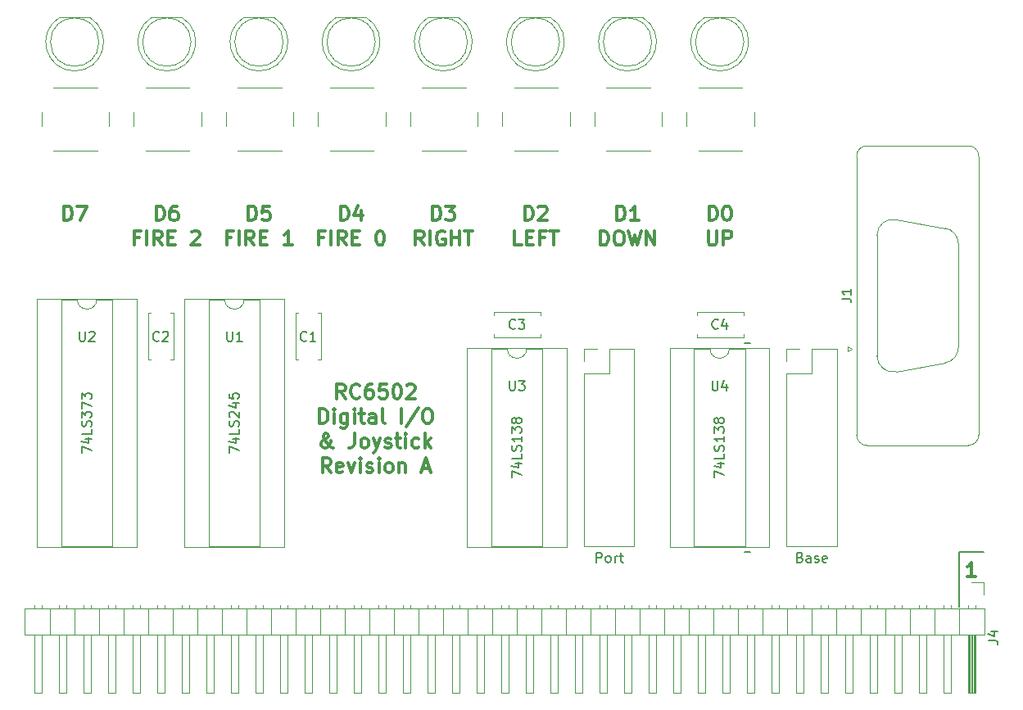
<source format=gto>
G04 #@! TF.FileFunction,Legend,Top*
%FSLAX46Y46*%
G04 Gerber Fmt 4.6, Leading zero omitted, Abs format (unit mm)*
G04 Created by KiCad (PCBNEW 4.0.7) date 02/14/19 14:28:20*
%MOMM*%
%LPD*%
G01*
G04 APERTURE LIST*
%ADD10C,0.100000*%
%ADD11C,0.300000*%
%ADD12C,0.200000*%
%ADD13C,0.120000*%
%ADD14C,0.150000*%
G04 APERTURE END LIST*
D10*
D11*
X80172858Y-102908571D02*
X80172858Y-101408571D01*
X80530001Y-101408571D01*
X80744286Y-101480000D01*
X80887144Y-101622857D01*
X80958572Y-101765714D01*
X81030001Y-102051429D01*
X81030001Y-102265714D01*
X80958572Y-102551429D01*
X80887144Y-102694286D01*
X80744286Y-102837143D01*
X80530001Y-102908571D01*
X80172858Y-102908571D01*
X81530001Y-101408571D02*
X82530001Y-101408571D01*
X81887144Y-102908571D01*
X89697858Y-102908571D02*
X89697858Y-101408571D01*
X90055001Y-101408571D01*
X90269286Y-101480000D01*
X90412144Y-101622857D01*
X90483572Y-101765714D01*
X90555001Y-102051429D01*
X90555001Y-102265714D01*
X90483572Y-102551429D01*
X90412144Y-102694286D01*
X90269286Y-102837143D01*
X90055001Y-102908571D01*
X89697858Y-102908571D01*
X91840715Y-101408571D02*
X91555001Y-101408571D01*
X91412144Y-101480000D01*
X91340715Y-101551429D01*
X91197858Y-101765714D01*
X91126429Y-102051429D01*
X91126429Y-102622857D01*
X91197858Y-102765714D01*
X91269286Y-102837143D01*
X91412144Y-102908571D01*
X91697858Y-102908571D01*
X91840715Y-102837143D01*
X91912144Y-102765714D01*
X91983572Y-102622857D01*
X91983572Y-102265714D01*
X91912144Y-102122857D01*
X91840715Y-102051429D01*
X91697858Y-101980000D01*
X91412144Y-101980000D01*
X91269286Y-102051429D01*
X91197858Y-102122857D01*
X91126429Y-102265714D01*
X87947858Y-104672857D02*
X87447858Y-104672857D01*
X87447858Y-105458571D02*
X87447858Y-103958571D01*
X88162144Y-103958571D01*
X88733572Y-105458571D02*
X88733572Y-103958571D01*
X90305001Y-105458571D02*
X89805001Y-104744286D01*
X89447858Y-105458571D02*
X89447858Y-103958571D01*
X90019286Y-103958571D01*
X90162144Y-104030000D01*
X90233572Y-104101429D01*
X90305001Y-104244286D01*
X90305001Y-104458571D01*
X90233572Y-104601429D01*
X90162144Y-104672857D01*
X90019286Y-104744286D01*
X89447858Y-104744286D01*
X90947858Y-104672857D02*
X91447858Y-104672857D01*
X91662144Y-105458571D02*
X90947858Y-105458571D01*
X90947858Y-103958571D01*
X91662144Y-103958571D01*
X93376429Y-104101429D02*
X93447858Y-104030000D01*
X93590715Y-103958571D01*
X93947858Y-103958571D01*
X94090715Y-104030000D01*
X94162144Y-104101429D01*
X94233572Y-104244286D01*
X94233572Y-104387143D01*
X94162144Y-104601429D01*
X93305001Y-105458571D01*
X94233572Y-105458571D01*
X99222858Y-102908571D02*
X99222858Y-101408571D01*
X99580001Y-101408571D01*
X99794286Y-101480000D01*
X99937144Y-101622857D01*
X100008572Y-101765714D01*
X100080001Y-102051429D01*
X100080001Y-102265714D01*
X100008572Y-102551429D01*
X99937144Y-102694286D01*
X99794286Y-102837143D01*
X99580001Y-102908571D01*
X99222858Y-102908571D01*
X101437144Y-101408571D02*
X100722858Y-101408571D01*
X100651429Y-102122857D01*
X100722858Y-102051429D01*
X100865715Y-101980000D01*
X101222858Y-101980000D01*
X101365715Y-102051429D01*
X101437144Y-102122857D01*
X101508572Y-102265714D01*
X101508572Y-102622857D01*
X101437144Y-102765714D01*
X101365715Y-102837143D01*
X101222858Y-102908571D01*
X100865715Y-102908571D01*
X100722858Y-102837143D01*
X100651429Y-102765714D01*
X97472858Y-104672857D02*
X96972858Y-104672857D01*
X96972858Y-105458571D02*
X96972858Y-103958571D01*
X97687144Y-103958571D01*
X98258572Y-105458571D02*
X98258572Y-103958571D01*
X99830001Y-105458571D02*
X99330001Y-104744286D01*
X98972858Y-105458571D02*
X98972858Y-103958571D01*
X99544286Y-103958571D01*
X99687144Y-104030000D01*
X99758572Y-104101429D01*
X99830001Y-104244286D01*
X99830001Y-104458571D01*
X99758572Y-104601429D01*
X99687144Y-104672857D01*
X99544286Y-104744286D01*
X98972858Y-104744286D01*
X100472858Y-104672857D02*
X100972858Y-104672857D01*
X101187144Y-105458571D02*
X100472858Y-105458571D01*
X100472858Y-103958571D01*
X101187144Y-103958571D01*
X103758572Y-105458571D02*
X102901429Y-105458571D01*
X103330001Y-105458571D02*
X103330001Y-103958571D01*
X103187144Y-104172857D01*
X103044286Y-104315714D01*
X102901429Y-104387143D01*
X108747858Y-102908571D02*
X108747858Y-101408571D01*
X109105001Y-101408571D01*
X109319286Y-101480000D01*
X109462144Y-101622857D01*
X109533572Y-101765714D01*
X109605001Y-102051429D01*
X109605001Y-102265714D01*
X109533572Y-102551429D01*
X109462144Y-102694286D01*
X109319286Y-102837143D01*
X109105001Y-102908571D01*
X108747858Y-102908571D01*
X110890715Y-101908571D02*
X110890715Y-102908571D01*
X110533572Y-101337143D02*
X110176429Y-102408571D01*
X111105001Y-102408571D01*
X106997858Y-104672857D02*
X106497858Y-104672857D01*
X106497858Y-105458571D02*
X106497858Y-103958571D01*
X107212144Y-103958571D01*
X107783572Y-105458571D02*
X107783572Y-103958571D01*
X109355001Y-105458571D02*
X108855001Y-104744286D01*
X108497858Y-105458571D02*
X108497858Y-103958571D01*
X109069286Y-103958571D01*
X109212144Y-104030000D01*
X109283572Y-104101429D01*
X109355001Y-104244286D01*
X109355001Y-104458571D01*
X109283572Y-104601429D01*
X109212144Y-104672857D01*
X109069286Y-104744286D01*
X108497858Y-104744286D01*
X109997858Y-104672857D02*
X110497858Y-104672857D01*
X110712144Y-105458571D02*
X109997858Y-105458571D01*
X109997858Y-103958571D01*
X110712144Y-103958571D01*
X112783572Y-103958571D02*
X112926429Y-103958571D01*
X113069286Y-104030000D01*
X113140715Y-104101429D01*
X113212144Y-104244286D01*
X113283572Y-104530000D01*
X113283572Y-104887143D01*
X113212144Y-105172857D01*
X113140715Y-105315714D01*
X113069286Y-105387143D01*
X112926429Y-105458571D01*
X112783572Y-105458571D01*
X112640715Y-105387143D01*
X112569286Y-105315714D01*
X112497858Y-105172857D01*
X112426429Y-104887143D01*
X112426429Y-104530000D01*
X112497858Y-104244286D01*
X112569286Y-104101429D01*
X112640715Y-104030000D01*
X112783572Y-103958571D01*
X118272858Y-102908571D02*
X118272858Y-101408571D01*
X118630001Y-101408571D01*
X118844286Y-101480000D01*
X118987144Y-101622857D01*
X119058572Y-101765714D01*
X119130001Y-102051429D01*
X119130001Y-102265714D01*
X119058572Y-102551429D01*
X118987144Y-102694286D01*
X118844286Y-102837143D01*
X118630001Y-102908571D01*
X118272858Y-102908571D01*
X119630001Y-101408571D02*
X120558572Y-101408571D01*
X120058572Y-101980000D01*
X120272858Y-101980000D01*
X120415715Y-102051429D01*
X120487144Y-102122857D01*
X120558572Y-102265714D01*
X120558572Y-102622857D01*
X120487144Y-102765714D01*
X120415715Y-102837143D01*
X120272858Y-102908571D01*
X119844286Y-102908571D01*
X119701429Y-102837143D01*
X119630001Y-102765714D01*
X117380000Y-105458571D02*
X116880000Y-104744286D01*
X116522857Y-105458571D02*
X116522857Y-103958571D01*
X117094285Y-103958571D01*
X117237143Y-104030000D01*
X117308571Y-104101429D01*
X117380000Y-104244286D01*
X117380000Y-104458571D01*
X117308571Y-104601429D01*
X117237143Y-104672857D01*
X117094285Y-104744286D01*
X116522857Y-104744286D01*
X118022857Y-105458571D02*
X118022857Y-103958571D01*
X119522857Y-104030000D02*
X119380000Y-103958571D01*
X119165714Y-103958571D01*
X118951429Y-104030000D01*
X118808571Y-104172857D01*
X118737143Y-104315714D01*
X118665714Y-104601429D01*
X118665714Y-104815714D01*
X118737143Y-105101429D01*
X118808571Y-105244286D01*
X118951429Y-105387143D01*
X119165714Y-105458571D01*
X119308571Y-105458571D01*
X119522857Y-105387143D01*
X119594286Y-105315714D01*
X119594286Y-104815714D01*
X119308571Y-104815714D01*
X120237143Y-105458571D02*
X120237143Y-103958571D01*
X120237143Y-104672857D02*
X121094286Y-104672857D01*
X121094286Y-105458571D02*
X121094286Y-103958571D01*
X121594286Y-103958571D02*
X122451429Y-103958571D01*
X122022858Y-105458571D02*
X122022858Y-103958571D01*
X127797858Y-102908571D02*
X127797858Y-101408571D01*
X128155001Y-101408571D01*
X128369286Y-101480000D01*
X128512144Y-101622857D01*
X128583572Y-101765714D01*
X128655001Y-102051429D01*
X128655001Y-102265714D01*
X128583572Y-102551429D01*
X128512144Y-102694286D01*
X128369286Y-102837143D01*
X128155001Y-102908571D01*
X127797858Y-102908571D01*
X129226429Y-101551429D02*
X129297858Y-101480000D01*
X129440715Y-101408571D01*
X129797858Y-101408571D01*
X129940715Y-101480000D01*
X130012144Y-101551429D01*
X130083572Y-101694286D01*
X130083572Y-101837143D01*
X130012144Y-102051429D01*
X129155001Y-102908571D01*
X130083572Y-102908571D01*
X127476429Y-105458571D02*
X126762143Y-105458571D01*
X126762143Y-103958571D01*
X127976429Y-104672857D02*
X128476429Y-104672857D01*
X128690715Y-105458571D02*
X127976429Y-105458571D01*
X127976429Y-103958571D01*
X128690715Y-103958571D01*
X129833572Y-104672857D02*
X129333572Y-104672857D01*
X129333572Y-105458571D02*
X129333572Y-103958571D01*
X130047858Y-103958571D01*
X130405000Y-103958571D02*
X131262143Y-103958571D01*
X130833572Y-105458571D02*
X130833572Y-103958571D01*
X137322858Y-102908571D02*
X137322858Y-101408571D01*
X137680001Y-101408571D01*
X137894286Y-101480000D01*
X138037144Y-101622857D01*
X138108572Y-101765714D01*
X138180001Y-102051429D01*
X138180001Y-102265714D01*
X138108572Y-102551429D01*
X138037144Y-102694286D01*
X137894286Y-102837143D01*
X137680001Y-102908571D01*
X137322858Y-102908571D01*
X139608572Y-102908571D02*
X138751429Y-102908571D01*
X139180001Y-102908571D02*
X139180001Y-101408571D01*
X139037144Y-101622857D01*
X138894286Y-101765714D01*
X138751429Y-101837143D01*
X135608571Y-105458571D02*
X135608571Y-103958571D01*
X135965714Y-103958571D01*
X136179999Y-104030000D01*
X136322857Y-104172857D01*
X136394285Y-104315714D01*
X136465714Y-104601429D01*
X136465714Y-104815714D01*
X136394285Y-105101429D01*
X136322857Y-105244286D01*
X136179999Y-105387143D01*
X135965714Y-105458571D01*
X135608571Y-105458571D01*
X137394285Y-103958571D02*
X137679999Y-103958571D01*
X137822857Y-104030000D01*
X137965714Y-104172857D01*
X138037142Y-104458571D01*
X138037142Y-104958571D01*
X137965714Y-105244286D01*
X137822857Y-105387143D01*
X137679999Y-105458571D01*
X137394285Y-105458571D01*
X137251428Y-105387143D01*
X137108571Y-105244286D01*
X137037142Y-104958571D01*
X137037142Y-104458571D01*
X137108571Y-104172857D01*
X137251428Y-104030000D01*
X137394285Y-103958571D01*
X138537143Y-103958571D02*
X138894286Y-105458571D01*
X139180000Y-104387143D01*
X139465714Y-105458571D01*
X139822857Y-103958571D01*
X140394286Y-105458571D02*
X140394286Y-103958571D01*
X141251429Y-105458571D01*
X141251429Y-103958571D01*
X146847858Y-102908571D02*
X146847858Y-101408571D01*
X147205001Y-101408571D01*
X147419286Y-101480000D01*
X147562144Y-101622857D01*
X147633572Y-101765714D01*
X147705001Y-102051429D01*
X147705001Y-102265714D01*
X147633572Y-102551429D01*
X147562144Y-102694286D01*
X147419286Y-102837143D01*
X147205001Y-102908571D01*
X146847858Y-102908571D01*
X148633572Y-101408571D02*
X148776429Y-101408571D01*
X148919286Y-101480000D01*
X148990715Y-101551429D01*
X149062144Y-101694286D01*
X149133572Y-101980000D01*
X149133572Y-102337143D01*
X149062144Y-102622857D01*
X148990715Y-102765714D01*
X148919286Y-102837143D01*
X148776429Y-102908571D01*
X148633572Y-102908571D01*
X148490715Y-102837143D01*
X148419286Y-102765714D01*
X148347858Y-102622857D01*
X148276429Y-102337143D01*
X148276429Y-101980000D01*
X148347858Y-101694286D01*
X148419286Y-101551429D01*
X148490715Y-101480000D01*
X148633572Y-101408571D01*
X146776429Y-103958571D02*
X146776429Y-105172857D01*
X146847857Y-105315714D01*
X146919286Y-105387143D01*
X147062143Y-105458571D01*
X147347857Y-105458571D01*
X147490715Y-105387143D01*
X147562143Y-105315714D01*
X147633572Y-105172857D01*
X147633572Y-103958571D01*
X148347858Y-105458571D02*
X148347858Y-103958571D01*
X148919286Y-103958571D01*
X149062144Y-104030000D01*
X149133572Y-104101429D01*
X149205001Y-104244286D01*
X149205001Y-104458571D01*
X149133572Y-104601429D01*
X149062144Y-104672857D01*
X148919286Y-104744286D01*
X148347858Y-104744286D01*
X109252144Y-121313571D02*
X108752144Y-120599286D01*
X108395001Y-121313571D02*
X108395001Y-119813571D01*
X108966429Y-119813571D01*
X109109287Y-119885000D01*
X109180715Y-119956429D01*
X109252144Y-120099286D01*
X109252144Y-120313571D01*
X109180715Y-120456429D01*
X109109287Y-120527857D01*
X108966429Y-120599286D01*
X108395001Y-120599286D01*
X110752144Y-121170714D02*
X110680715Y-121242143D01*
X110466429Y-121313571D01*
X110323572Y-121313571D01*
X110109287Y-121242143D01*
X109966429Y-121099286D01*
X109895001Y-120956429D01*
X109823572Y-120670714D01*
X109823572Y-120456429D01*
X109895001Y-120170714D01*
X109966429Y-120027857D01*
X110109287Y-119885000D01*
X110323572Y-119813571D01*
X110466429Y-119813571D01*
X110680715Y-119885000D01*
X110752144Y-119956429D01*
X112037858Y-119813571D02*
X111752144Y-119813571D01*
X111609287Y-119885000D01*
X111537858Y-119956429D01*
X111395001Y-120170714D01*
X111323572Y-120456429D01*
X111323572Y-121027857D01*
X111395001Y-121170714D01*
X111466429Y-121242143D01*
X111609287Y-121313571D01*
X111895001Y-121313571D01*
X112037858Y-121242143D01*
X112109287Y-121170714D01*
X112180715Y-121027857D01*
X112180715Y-120670714D01*
X112109287Y-120527857D01*
X112037858Y-120456429D01*
X111895001Y-120385000D01*
X111609287Y-120385000D01*
X111466429Y-120456429D01*
X111395001Y-120527857D01*
X111323572Y-120670714D01*
X113537858Y-119813571D02*
X112823572Y-119813571D01*
X112752143Y-120527857D01*
X112823572Y-120456429D01*
X112966429Y-120385000D01*
X113323572Y-120385000D01*
X113466429Y-120456429D01*
X113537858Y-120527857D01*
X113609286Y-120670714D01*
X113609286Y-121027857D01*
X113537858Y-121170714D01*
X113466429Y-121242143D01*
X113323572Y-121313571D01*
X112966429Y-121313571D01*
X112823572Y-121242143D01*
X112752143Y-121170714D01*
X114537857Y-119813571D02*
X114680714Y-119813571D01*
X114823571Y-119885000D01*
X114895000Y-119956429D01*
X114966429Y-120099286D01*
X115037857Y-120385000D01*
X115037857Y-120742143D01*
X114966429Y-121027857D01*
X114895000Y-121170714D01*
X114823571Y-121242143D01*
X114680714Y-121313571D01*
X114537857Y-121313571D01*
X114395000Y-121242143D01*
X114323571Y-121170714D01*
X114252143Y-121027857D01*
X114180714Y-120742143D01*
X114180714Y-120385000D01*
X114252143Y-120099286D01*
X114323571Y-119956429D01*
X114395000Y-119885000D01*
X114537857Y-119813571D01*
X115609285Y-119956429D02*
X115680714Y-119885000D01*
X115823571Y-119813571D01*
X116180714Y-119813571D01*
X116323571Y-119885000D01*
X116395000Y-119956429D01*
X116466428Y-120099286D01*
X116466428Y-120242143D01*
X116395000Y-120456429D01*
X115537857Y-121313571D01*
X116466428Y-121313571D01*
X106609285Y-123863571D02*
X106609285Y-122363571D01*
X106966428Y-122363571D01*
X107180713Y-122435000D01*
X107323571Y-122577857D01*
X107394999Y-122720714D01*
X107466428Y-123006429D01*
X107466428Y-123220714D01*
X107394999Y-123506429D01*
X107323571Y-123649286D01*
X107180713Y-123792143D01*
X106966428Y-123863571D01*
X106609285Y-123863571D01*
X108109285Y-123863571D02*
X108109285Y-122863571D01*
X108109285Y-122363571D02*
X108037856Y-122435000D01*
X108109285Y-122506429D01*
X108180713Y-122435000D01*
X108109285Y-122363571D01*
X108109285Y-122506429D01*
X109466428Y-122863571D02*
X109466428Y-124077857D01*
X109394999Y-124220714D01*
X109323571Y-124292143D01*
X109180714Y-124363571D01*
X108966428Y-124363571D01*
X108823571Y-124292143D01*
X109466428Y-123792143D02*
X109323571Y-123863571D01*
X109037857Y-123863571D01*
X108894999Y-123792143D01*
X108823571Y-123720714D01*
X108752142Y-123577857D01*
X108752142Y-123149286D01*
X108823571Y-123006429D01*
X108894999Y-122935000D01*
X109037857Y-122863571D01*
X109323571Y-122863571D01*
X109466428Y-122935000D01*
X110180714Y-123863571D02*
X110180714Y-122863571D01*
X110180714Y-122363571D02*
X110109285Y-122435000D01*
X110180714Y-122506429D01*
X110252142Y-122435000D01*
X110180714Y-122363571D01*
X110180714Y-122506429D01*
X110680714Y-122863571D02*
X111252143Y-122863571D01*
X110895000Y-122363571D02*
X110895000Y-123649286D01*
X110966428Y-123792143D01*
X111109286Y-123863571D01*
X111252143Y-123863571D01*
X112395000Y-123863571D02*
X112395000Y-123077857D01*
X112323571Y-122935000D01*
X112180714Y-122863571D01*
X111895000Y-122863571D01*
X111752143Y-122935000D01*
X112395000Y-123792143D02*
X112252143Y-123863571D01*
X111895000Y-123863571D01*
X111752143Y-123792143D01*
X111680714Y-123649286D01*
X111680714Y-123506429D01*
X111752143Y-123363571D01*
X111895000Y-123292143D01*
X112252143Y-123292143D01*
X112395000Y-123220714D01*
X113323572Y-123863571D02*
X113180714Y-123792143D01*
X113109286Y-123649286D01*
X113109286Y-122363571D01*
X115037857Y-123863571D02*
X115037857Y-122363571D01*
X116823571Y-122292143D02*
X115537857Y-124220714D01*
X117609286Y-122363571D02*
X117895000Y-122363571D01*
X118037858Y-122435000D01*
X118180715Y-122577857D01*
X118252143Y-122863571D01*
X118252143Y-123363571D01*
X118180715Y-123649286D01*
X118037858Y-123792143D01*
X117895000Y-123863571D01*
X117609286Y-123863571D01*
X117466429Y-123792143D01*
X117323572Y-123649286D01*
X117252143Y-123363571D01*
X117252143Y-122863571D01*
X117323572Y-122577857D01*
X117466429Y-122435000D01*
X117609286Y-122363571D01*
X108002143Y-126413571D02*
X107930714Y-126413571D01*
X107787857Y-126342143D01*
X107573571Y-126127857D01*
X107216428Y-125699286D01*
X107073571Y-125485000D01*
X107002143Y-125270714D01*
X107002143Y-125127857D01*
X107073571Y-124985000D01*
X107216428Y-124913571D01*
X107287857Y-124913571D01*
X107430714Y-124985000D01*
X107502143Y-125127857D01*
X107502143Y-125199286D01*
X107430714Y-125342143D01*
X107359285Y-125413571D01*
X106930714Y-125699286D01*
X106859285Y-125770714D01*
X106787857Y-125913571D01*
X106787857Y-126127857D01*
X106859285Y-126270714D01*
X106930714Y-126342143D01*
X107073571Y-126413571D01*
X107287857Y-126413571D01*
X107430714Y-126342143D01*
X107502143Y-126270714D01*
X107716428Y-125985000D01*
X107787857Y-125770714D01*
X107787857Y-125627857D01*
X110216428Y-124913571D02*
X110216428Y-125985000D01*
X110145000Y-126199286D01*
X110002143Y-126342143D01*
X109787857Y-126413571D01*
X109645000Y-126413571D01*
X111145000Y-126413571D02*
X111002142Y-126342143D01*
X110930714Y-126270714D01*
X110859285Y-126127857D01*
X110859285Y-125699286D01*
X110930714Y-125556429D01*
X111002142Y-125485000D01*
X111145000Y-125413571D01*
X111359285Y-125413571D01*
X111502142Y-125485000D01*
X111573571Y-125556429D01*
X111645000Y-125699286D01*
X111645000Y-126127857D01*
X111573571Y-126270714D01*
X111502142Y-126342143D01*
X111359285Y-126413571D01*
X111145000Y-126413571D01*
X112145000Y-125413571D02*
X112502143Y-126413571D01*
X112859285Y-125413571D02*
X112502143Y-126413571D01*
X112359285Y-126770714D01*
X112287857Y-126842143D01*
X112145000Y-126913571D01*
X113359285Y-126342143D02*
X113502142Y-126413571D01*
X113787857Y-126413571D01*
X113930714Y-126342143D01*
X114002142Y-126199286D01*
X114002142Y-126127857D01*
X113930714Y-125985000D01*
X113787857Y-125913571D01*
X113573571Y-125913571D01*
X113430714Y-125842143D01*
X113359285Y-125699286D01*
X113359285Y-125627857D01*
X113430714Y-125485000D01*
X113573571Y-125413571D01*
X113787857Y-125413571D01*
X113930714Y-125485000D01*
X114430714Y-125413571D02*
X115002143Y-125413571D01*
X114645000Y-124913571D02*
X114645000Y-126199286D01*
X114716428Y-126342143D01*
X114859286Y-126413571D01*
X115002143Y-126413571D01*
X115502143Y-126413571D02*
X115502143Y-125413571D01*
X115502143Y-124913571D02*
X115430714Y-124985000D01*
X115502143Y-125056429D01*
X115573571Y-124985000D01*
X115502143Y-124913571D01*
X115502143Y-125056429D01*
X116859286Y-126342143D02*
X116716429Y-126413571D01*
X116430715Y-126413571D01*
X116287857Y-126342143D01*
X116216429Y-126270714D01*
X116145000Y-126127857D01*
X116145000Y-125699286D01*
X116216429Y-125556429D01*
X116287857Y-125485000D01*
X116430715Y-125413571D01*
X116716429Y-125413571D01*
X116859286Y-125485000D01*
X117502143Y-126413571D02*
X117502143Y-124913571D01*
X117645000Y-125842143D02*
X118073571Y-126413571D01*
X118073571Y-125413571D02*
X117502143Y-125985000D01*
X107752143Y-128963571D02*
X107252143Y-128249286D01*
X106895000Y-128963571D02*
X106895000Y-127463571D01*
X107466428Y-127463571D01*
X107609286Y-127535000D01*
X107680714Y-127606429D01*
X107752143Y-127749286D01*
X107752143Y-127963571D01*
X107680714Y-128106429D01*
X107609286Y-128177857D01*
X107466428Y-128249286D01*
X106895000Y-128249286D01*
X108966428Y-128892143D02*
X108823571Y-128963571D01*
X108537857Y-128963571D01*
X108395000Y-128892143D01*
X108323571Y-128749286D01*
X108323571Y-128177857D01*
X108395000Y-128035000D01*
X108537857Y-127963571D01*
X108823571Y-127963571D01*
X108966428Y-128035000D01*
X109037857Y-128177857D01*
X109037857Y-128320714D01*
X108323571Y-128463571D01*
X109537857Y-127963571D02*
X109895000Y-128963571D01*
X110252142Y-127963571D01*
X110823571Y-128963571D02*
X110823571Y-127963571D01*
X110823571Y-127463571D02*
X110752142Y-127535000D01*
X110823571Y-127606429D01*
X110894999Y-127535000D01*
X110823571Y-127463571D01*
X110823571Y-127606429D01*
X111466428Y-128892143D02*
X111609285Y-128963571D01*
X111895000Y-128963571D01*
X112037857Y-128892143D01*
X112109285Y-128749286D01*
X112109285Y-128677857D01*
X112037857Y-128535000D01*
X111895000Y-128463571D01*
X111680714Y-128463571D01*
X111537857Y-128392143D01*
X111466428Y-128249286D01*
X111466428Y-128177857D01*
X111537857Y-128035000D01*
X111680714Y-127963571D01*
X111895000Y-127963571D01*
X112037857Y-128035000D01*
X112752143Y-128963571D02*
X112752143Y-127963571D01*
X112752143Y-127463571D02*
X112680714Y-127535000D01*
X112752143Y-127606429D01*
X112823571Y-127535000D01*
X112752143Y-127463571D01*
X112752143Y-127606429D01*
X113680715Y-128963571D02*
X113537857Y-128892143D01*
X113466429Y-128820714D01*
X113395000Y-128677857D01*
X113395000Y-128249286D01*
X113466429Y-128106429D01*
X113537857Y-128035000D01*
X113680715Y-127963571D01*
X113895000Y-127963571D01*
X114037857Y-128035000D01*
X114109286Y-128106429D01*
X114180715Y-128249286D01*
X114180715Y-128677857D01*
X114109286Y-128820714D01*
X114037857Y-128892143D01*
X113895000Y-128963571D01*
X113680715Y-128963571D01*
X114823572Y-127963571D02*
X114823572Y-128963571D01*
X114823572Y-128106429D02*
X114895000Y-128035000D01*
X115037858Y-127963571D01*
X115252143Y-127963571D01*
X115395000Y-128035000D01*
X115466429Y-128177857D01*
X115466429Y-128963571D01*
X117252143Y-128535000D02*
X117966429Y-128535000D01*
X117109286Y-128963571D02*
X117609286Y-127463571D01*
X118109286Y-128963571D01*
D12*
X151130000Y-115570000D02*
X150495000Y-115570000D01*
X151130000Y-137160000D02*
X150495000Y-137160000D01*
D11*
X174418572Y-139743571D02*
X173561429Y-139743571D01*
X173990001Y-139743571D02*
X173990001Y-138243571D01*
X173847144Y-138457857D01*
X173704286Y-138600714D01*
X173561429Y-138672143D01*
D12*
X172720000Y-137160000D02*
X175260000Y-137160000D01*
X172720000Y-142875000D02*
X172720000Y-137160000D01*
D13*
X133925000Y-136585000D02*
X139125000Y-136585000D01*
X133925000Y-118745000D02*
X133925000Y-136585000D01*
X139125000Y-116145000D02*
X139125000Y-136585000D01*
X133925000Y-118745000D02*
X136525000Y-118745000D01*
X136525000Y-118745000D02*
X136525000Y-116145000D01*
X136525000Y-116145000D02*
X139125000Y-116145000D01*
X133925000Y-117475000D02*
X133925000Y-116145000D01*
X133925000Y-116145000D02*
X135255000Y-116145000D01*
X154880000Y-136585000D02*
X160080000Y-136585000D01*
X154880000Y-118745000D02*
X154880000Y-136585000D01*
X160080000Y-116145000D02*
X160080000Y-136585000D01*
X154880000Y-118745000D02*
X157480000Y-118745000D01*
X157480000Y-118745000D02*
X157480000Y-116145000D01*
X157480000Y-116145000D02*
X160080000Y-116145000D01*
X154880000Y-117475000D02*
X154880000Y-116145000D01*
X154880000Y-116145000D02*
X156210000Y-116145000D01*
X175320000Y-143045000D02*
X76140000Y-143045000D01*
X76140000Y-143045000D02*
X76140000Y-145705000D01*
X76140000Y-145705000D02*
X175320000Y-145705000D01*
X175320000Y-145705000D02*
X175320000Y-143045000D01*
X174370000Y-145705000D02*
X174370000Y-151705000D01*
X174370000Y-151705000D02*
X173610000Y-151705000D01*
X173610000Y-151705000D02*
X173610000Y-145705000D01*
X174310000Y-145705000D02*
X174310000Y-151705000D01*
X174190000Y-145705000D02*
X174190000Y-151705000D01*
X174070000Y-145705000D02*
X174070000Y-151705000D01*
X173950000Y-145705000D02*
X173950000Y-151705000D01*
X173830000Y-145705000D02*
X173830000Y-151705000D01*
X173710000Y-145705000D02*
X173710000Y-151705000D01*
X174370000Y-142715000D02*
X174370000Y-143045000D01*
X173610000Y-142715000D02*
X173610000Y-143045000D01*
X172720000Y-143045000D02*
X172720000Y-145705000D01*
X171830000Y-145705000D02*
X171830000Y-151705000D01*
X171830000Y-151705000D02*
X171070000Y-151705000D01*
X171070000Y-151705000D02*
X171070000Y-145705000D01*
X171830000Y-142647929D02*
X171830000Y-143045000D01*
X171070000Y-142647929D02*
X171070000Y-143045000D01*
X170180000Y-143045000D02*
X170180000Y-145705000D01*
X169290000Y-145705000D02*
X169290000Y-151705000D01*
X169290000Y-151705000D02*
X168530000Y-151705000D01*
X168530000Y-151705000D02*
X168530000Y-145705000D01*
X169290000Y-142647929D02*
X169290000Y-143045000D01*
X168530000Y-142647929D02*
X168530000Y-143045000D01*
X167640000Y-143045000D02*
X167640000Y-145705000D01*
X166750000Y-145705000D02*
X166750000Y-151705000D01*
X166750000Y-151705000D02*
X165990000Y-151705000D01*
X165990000Y-151705000D02*
X165990000Y-145705000D01*
X166750000Y-142647929D02*
X166750000Y-143045000D01*
X165990000Y-142647929D02*
X165990000Y-143045000D01*
X165100000Y-143045000D02*
X165100000Y-145705000D01*
X164210000Y-145705000D02*
X164210000Y-151705000D01*
X164210000Y-151705000D02*
X163450000Y-151705000D01*
X163450000Y-151705000D02*
X163450000Y-145705000D01*
X164210000Y-142647929D02*
X164210000Y-143045000D01*
X163450000Y-142647929D02*
X163450000Y-143045000D01*
X162560000Y-143045000D02*
X162560000Y-145705000D01*
X161670000Y-145705000D02*
X161670000Y-151705000D01*
X161670000Y-151705000D02*
X160910000Y-151705000D01*
X160910000Y-151705000D02*
X160910000Y-145705000D01*
X161670000Y-142647929D02*
X161670000Y-143045000D01*
X160910000Y-142647929D02*
X160910000Y-143045000D01*
X160020000Y-143045000D02*
X160020000Y-145705000D01*
X159130000Y-145705000D02*
X159130000Y-151705000D01*
X159130000Y-151705000D02*
X158370000Y-151705000D01*
X158370000Y-151705000D02*
X158370000Y-145705000D01*
X159130000Y-142647929D02*
X159130000Y-143045000D01*
X158370000Y-142647929D02*
X158370000Y-143045000D01*
X157480000Y-143045000D02*
X157480000Y-145705000D01*
X156590000Y-145705000D02*
X156590000Y-151705000D01*
X156590000Y-151705000D02*
X155830000Y-151705000D01*
X155830000Y-151705000D02*
X155830000Y-145705000D01*
X156590000Y-142647929D02*
X156590000Y-143045000D01*
X155830000Y-142647929D02*
X155830000Y-143045000D01*
X154940000Y-143045000D02*
X154940000Y-145705000D01*
X154050000Y-145705000D02*
X154050000Y-151705000D01*
X154050000Y-151705000D02*
X153290000Y-151705000D01*
X153290000Y-151705000D02*
X153290000Y-145705000D01*
X154050000Y-142647929D02*
X154050000Y-143045000D01*
X153290000Y-142647929D02*
X153290000Y-143045000D01*
X152400000Y-143045000D02*
X152400000Y-145705000D01*
X151510000Y-145705000D02*
X151510000Y-151705000D01*
X151510000Y-151705000D02*
X150750000Y-151705000D01*
X150750000Y-151705000D02*
X150750000Y-145705000D01*
X151510000Y-142647929D02*
X151510000Y-143045000D01*
X150750000Y-142647929D02*
X150750000Y-143045000D01*
X149860000Y-143045000D02*
X149860000Y-145705000D01*
X148970000Y-145705000D02*
X148970000Y-151705000D01*
X148970000Y-151705000D02*
X148210000Y-151705000D01*
X148210000Y-151705000D02*
X148210000Y-145705000D01*
X148970000Y-142647929D02*
X148970000Y-143045000D01*
X148210000Y-142647929D02*
X148210000Y-143045000D01*
X147320000Y-143045000D02*
X147320000Y-145705000D01*
X146430000Y-145705000D02*
X146430000Y-151705000D01*
X146430000Y-151705000D02*
X145670000Y-151705000D01*
X145670000Y-151705000D02*
X145670000Y-145705000D01*
X146430000Y-142647929D02*
X146430000Y-143045000D01*
X145670000Y-142647929D02*
X145670000Y-143045000D01*
X144780000Y-143045000D02*
X144780000Y-145705000D01*
X143890000Y-145705000D02*
X143890000Y-151705000D01*
X143890000Y-151705000D02*
X143130000Y-151705000D01*
X143130000Y-151705000D02*
X143130000Y-145705000D01*
X143890000Y-142647929D02*
X143890000Y-143045000D01*
X143130000Y-142647929D02*
X143130000Y-143045000D01*
X142240000Y-143045000D02*
X142240000Y-145705000D01*
X141350000Y-145705000D02*
X141350000Y-151705000D01*
X141350000Y-151705000D02*
X140590000Y-151705000D01*
X140590000Y-151705000D02*
X140590000Y-145705000D01*
X141350000Y-142647929D02*
X141350000Y-143045000D01*
X140590000Y-142647929D02*
X140590000Y-143045000D01*
X139700000Y-143045000D02*
X139700000Y-145705000D01*
X138810000Y-145705000D02*
X138810000Y-151705000D01*
X138810000Y-151705000D02*
X138050000Y-151705000D01*
X138050000Y-151705000D02*
X138050000Y-145705000D01*
X138810000Y-142647929D02*
X138810000Y-143045000D01*
X138050000Y-142647929D02*
X138050000Y-143045000D01*
X137160000Y-143045000D02*
X137160000Y-145705000D01*
X136270000Y-145705000D02*
X136270000Y-151705000D01*
X136270000Y-151705000D02*
X135510000Y-151705000D01*
X135510000Y-151705000D02*
X135510000Y-145705000D01*
X136270000Y-142647929D02*
X136270000Y-143045000D01*
X135510000Y-142647929D02*
X135510000Y-143045000D01*
X134620000Y-143045000D02*
X134620000Y-145705000D01*
X133730000Y-145705000D02*
X133730000Y-151705000D01*
X133730000Y-151705000D02*
X132970000Y-151705000D01*
X132970000Y-151705000D02*
X132970000Y-145705000D01*
X133730000Y-142647929D02*
X133730000Y-143045000D01*
X132970000Y-142647929D02*
X132970000Y-143045000D01*
X132080000Y-143045000D02*
X132080000Y-145705000D01*
X131190000Y-145705000D02*
X131190000Y-151705000D01*
X131190000Y-151705000D02*
X130430000Y-151705000D01*
X130430000Y-151705000D02*
X130430000Y-145705000D01*
X131190000Y-142647929D02*
X131190000Y-143045000D01*
X130430000Y-142647929D02*
X130430000Y-143045000D01*
X129540000Y-143045000D02*
X129540000Y-145705000D01*
X128650000Y-145705000D02*
X128650000Y-151705000D01*
X128650000Y-151705000D02*
X127890000Y-151705000D01*
X127890000Y-151705000D02*
X127890000Y-145705000D01*
X128650000Y-142647929D02*
X128650000Y-143045000D01*
X127890000Y-142647929D02*
X127890000Y-143045000D01*
X127000000Y-143045000D02*
X127000000Y-145705000D01*
X126110000Y-145705000D02*
X126110000Y-151705000D01*
X126110000Y-151705000D02*
X125350000Y-151705000D01*
X125350000Y-151705000D02*
X125350000Y-145705000D01*
X126110000Y-142647929D02*
X126110000Y-143045000D01*
X125350000Y-142647929D02*
X125350000Y-143045000D01*
X124460000Y-143045000D02*
X124460000Y-145705000D01*
X123570000Y-145705000D02*
X123570000Y-151705000D01*
X123570000Y-151705000D02*
X122810000Y-151705000D01*
X122810000Y-151705000D02*
X122810000Y-145705000D01*
X123570000Y-142647929D02*
X123570000Y-143045000D01*
X122810000Y-142647929D02*
X122810000Y-143045000D01*
X121920000Y-143045000D02*
X121920000Y-145705000D01*
X121030000Y-145705000D02*
X121030000Y-151705000D01*
X121030000Y-151705000D02*
X120270000Y-151705000D01*
X120270000Y-151705000D02*
X120270000Y-145705000D01*
X121030000Y-142647929D02*
X121030000Y-143045000D01*
X120270000Y-142647929D02*
X120270000Y-143045000D01*
X119380000Y-143045000D02*
X119380000Y-145705000D01*
X118490000Y-145705000D02*
X118490000Y-151705000D01*
X118490000Y-151705000D02*
X117730000Y-151705000D01*
X117730000Y-151705000D02*
X117730000Y-145705000D01*
X118490000Y-142647929D02*
X118490000Y-143045000D01*
X117730000Y-142647929D02*
X117730000Y-143045000D01*
X116840000Y-143045000D02*
X116840000Y-145705000D01*
X115950000Y-145705000D02*
X115950000Y-151705000D01*
X115950000Y-151705000D02*
X115190000Y-151705000D01*
X115190000Y-151705000D02*
X115190000Y-145705000D01*
X115950000Y-142647929D02*
X115950000Y-143045000D01*
X115190000Y-142647929D02*
X115190000Y-143045000D01*
X114300000Y-143045000D02*
X114300000Y-145705000D01*
X113410000Y-145705000D02*
X113410000Y-151705000D01*
X113410000Y-151705000D02*
X112650000Y-151705000D01*
X112650000Y-151705000D02*
X112650000Y-145705000D01*
X113410000Y-142647929D02*
X113410000Y-143045000D01*
X112650000Y-142647929D02*
X112650000Y-143045000D01*
X111760000Y-143045000D02*
X111760000Y-145705000D01*
X110870000Y-145705000D02*
X110870000Y-151705000D01*
X110870000Y-151705000D02*
X110110000Y-151705000D01*
X110110000Y-151705000D02*
X110110000Y-145705000D01*
X110870000Y-142647929D02*
X110870000Y-143045000D01*
X110110000Y-142647929D02*
X110110000Y-143045000D01*
X109220000Y-143045000D02*
X109220000Y-145705000D01*
X108330000Y-145705000D02*
X108330000Y-151705000D01*
X108330000Y-151705000D02*
X107570000Y-151705000D01*
X107570000Y-151705000D02*
X107570000Y-145705000D01*
X108330000Y-142647929D02*
X108330000Y-143045000D01*
X107570000Y-142647929D02*
X107570000Y-143045000D01*
X106680000Y-143045000D02*
X106680000Y-145705000D01*
X105790000Y-145705000D02*
X105790000Y-151705000D01*
X105790000Y-151705000D02*
X105030000Y-151705000D01*
X105030000Y-151705000D02*
X105030000Y-145705000D01*
X105790000Y-142647929D02*
X105790000Y-143045000D01*
X105030000Y-142647929D02*
X105030000Y-143045000D01*
X104140000Y-143045000D02*
X104140000Y-145705000D01*
X103250000Y-145705000D02*
X103250000Y-151705000D01*
X103250000Y-151705000D02*
X102490000Y-151705000D01*
X102490000Y-151705000D02*
X102490000Y-145705000D01*
X103250000Y-142647929D02*
X103250000Y-143045000D01*
X102490000Y-142647929D02*
X102490000Y-143045000D01*
X101600000Y-143045000D02*
X101600000Y-145705000D01*
X100710000Y-145705000D02*
X100710000Y-151705000D01*
X100710000Y-151705000D02*
X99950000Y-151705000D01*
X99950000Y-151705000D02*
X99950000Y-145705000D01*
X100710000Y-142647929D02*
X100710000Y-143045000D01*
X99950000Y-142647929D02*
X99950000Y-143045000D01*
X99060000Y-143045000D02*
X99060000Y-145705000D01*
X98170000Y-145705000D02*
X98170000Y-151705000D01*
X98170000Y-151705000D02*
X97410000Y-151705000D01*
X97410000Y-151705000D02*
X97410000Y-145705000D01*
X98170000Y-142647929D02*
X98170000Y-143045000D01*
X97410000Y-142647929D02*
X97410000Y-143045000D01*
X96520000Y-143045000D02*
X96520000Y-145705000D01*
X95630000Y-145705000D02*
X95630000Y-151705000D01*
X95630000Y-151705000D02*
X94870000Y-151705000D01*
X94870000Y-151705000D02*
X94870000Y-145705000D01*
X95630000Y-142647929D02*
X95630000Y-143045000D01*
X94870000Y-142647929D02*
X94870000Y-143045000D01*
X93980000Y-143045000D02*
X93980000Y-145705000D01*
X93090000Y-145705000D02*
X93090000Y-151705000D01*
X93090000Y-151705000D02*
X92330000Y-151705000D01*
X92330000Y-151705000D02*
X92330000Y-145705000D01*
X93090000Y-142647929D02*
X93090000Y-143045000D01*
X92330000Y-142647929D02*
X92330000Y-143045000D01*
X91440000Y-143045000D02*
X91440000Y-145705000D01*
X90550000Y-145705000D02*
X90550000Y-151705000D01*
X90550000Y-151705000D02*
X89790000Y-151705000D01*
X89790000Y-151705000D02*
X89790000Y-145705000D01*
X90550000Y-142647929D02*
X90550000Y-143045000D01*
X89790000Y-142647929D02*
X89790000Y-143045000D01*
X88900000Y-143045000D02*
X88900000Y-145705000D01*
X88010000Y-145705000D02*
X88010000Y-151705000D01*
X88010000Y-151705000D02*
X87250000Y-151705000D01*
X87250000Y-151705000D02*
X87250000Y-145705000D01*
X88010000Y-142647929D02*
X88010000Y-143045000D01*
X87250000Y-142647929D02*
X87250000Y-143045000D01*
X86360000Y-143045000D02*
X86360000Y-145705000D01*
X85470000Y-145705000D02*
X85470000Y-151705000D01*
X85470000Y-151705000D02*
X84710000Y-151705000D01*
X84710000Y-151705000D02*
X84710000Y-145705000D01*
X85470000Y-142647929D02*
X85470000Y-143045000D01*
X84710000Y-142647929D02*
X84710000Y-143045000D01*
X83820000Y-143045000D02*
X83820000Y-145705000D01*
X82930000Y-145705000D02*
X82930000Y-151705000D01*
X82930000Y-151705000D02*
X82170000Y-151705000D01*
X82170000Y-151705000D02*
X82170000Y-145705000D01*
X82930000Y-142647929D02*
X82930000Y-143045000D01*
X82170000Y-142647929D02*
X82170000Y-143045000D01*
X81280000Y-143045000D02*
X81280000Y-145705000D01*
X80390000Y-145705000D02*
X80390000Y-151705000D01*
X80390000Y-151705000D02*
X79630000Y-151705000D01*
X79630000Y-151705000D02*
X79630000Y-145705000D01*
X80390000Y-142647929D02*
X80390000Y-143045000D01*
X79630000Y-142647929D02*
X79630000Y-143045000D01*
X78740000Y-143045000D02*
X78740000Y-145705000D01*
X77850000Y-145705000D02*
X77850000Y-151705000D01*
X77850000Y-151705000D02*
X77090000Y-151705000D01*
X77090000Y-151705000D02*
X77090000Y-145705000D01*
X77850000Y-142647929D02*
X77850000Y-143045000D01*
X77090000Y-142647929D02*
X77090000Y-143045000D01*
X173990000Y-140335000D02*
X175260000Y-140335000D01*
X175260000Y-140335000D02*
X175260000Y-141605000D01*
X106720000Y-112485000D02*
X106720000Y-117305000D01*
X104100000Y-112485000D02*
X104100000Y-117305000D01*
X106720000Y-112485000D02*
X106406000Y-112485000D01*
X104414000Y-112485000D02*
X104100000Y-112485000D01*
X106720000Y-117305000D02*
X106406000Y-117305000D01*
X104414000Y-117305000D02*
X104100000Y-117305000D01*
X91480000Y-112485000D02*
X91480000Y-117305000D01*
X88860000Y-112485000D02*
X88860000Y-117305000D01*
X91480000Y-112485000D02*
X91166000Y-112485000D01*
X89174000Y-112485000D02*
X88860000Y-112485000D01*
X91480000Y-117305000D02*
X91166000Y-117305000D01*
X89174000Y-117305000D02*
X88860000Y-117305000D01*
X129450000Y-114975000D02*
X124630000Y-114975000D01*
X129450000Y-112355000D02*
X124630000Y-112355000D01*
X129450000Y-114975000D02*
X129450000Y-114661000D01*
X129450000Y-112669000D02*
X129450000Y-112355000D01*
X124630000Y-114975000D02*
X124630000Y-114661000D01*
X124630000Y-112669000D02*
X124630000Y-112355000D01*
X150405000Y-114975000D02*
X145585000Y-114975000D01*
X150405000Y-112355000D02*
X145585000Y-112355000D01*
X150405000Y-114975000D02*
X150405000Y-114661000D01*
X150405000Y-112669000D02*
X150405000Y-112355000D01*
X145585000Y-114975000D02*
X145585000Y-114661000D01*
X145585000Y-112669000D02*
X145585000Y-112355000D01*
X147954538Y-87445000D02*
G75*
G03X149499830Y-81895000I462J2990000D01*
G01*
X147955462Y-87445000D02*
G75*
G02X146410170Y-81895000I-462J2990000D01*
G01*
X150455000Y-84455000D02*
G75*
G03X150455000Y-84455000I-2500000J0D01*
G01*
X149500000Y-81895000D02*
X146410000Y-81895000D01*
X138429538Y-87445000D02*
G75*
G03X139974830Y-81895000I462J2990000D01*
G01*
X138430462Y-87445000D02*
G75*
G02X136885170Y-81895000I-462J2990000D01*
G01*
X140930000Y-84455000D02*
G75*
G03X140930000Y-84455000I-2500000J0D01*
G01*
X139975000Y-81895000D02*
X136885000Y-81895000D01*
X128904538Y-87445000D02*
G75*
G03X130449830Y-81895000I462J2990000D01*
G01*
X128905462Y-87445000D02*
G75*
G02X127360170Y-81895000I-462J2990000D01*
G01*
X131405000Y-84455000D02*
G75*
G03X131405000Y-84455000I-2500000J0D01*
G01*
X130450000Y-81895000D02*
X127360000Y-81895000D01*
X119379538Y-87445000D02*
G75*
G03X120924830Y-81895000I462J2990000D01*
G01*
X119380462Y-87445000D02*
G75*
G02X117835170Y-81895000I-462J2990000D01*
G01*
X121880000Y-84455000D02*
G75*
G03X121880000Y-84455000I-2500000J0D01*
G01*
X120925000Y-81895000D02*
X117835000Y-81895000D01*
X109854538Y-87445000D02*
G75*
G03X111399830Y-81895000I462J2990000D01*
G01*
X109855462Y-87445000D02*
G75*
G02X108310170Y-81895000I-462J2990000D01*
G01*
X112355000Y-84455000D02*
G75*
G03X112355000Y-84455000I-2500000J0D01*
G01*
X111400000Y-81895000D02*
X108310000Y-81895000D01*
X100329538Y-87445000D02*
G75*
G03X101874830Y-81895000I462J2990000D01*
G01*
X100330462Y-87445000D02*
G75*
G02X98785170Y-81895000I-462J2990000D01*
G01*
X102830000Y-84455000D02*
G75*
G03X102830000Y-84455000I-2500000J0D01*
G01*
X101875000Y-81895000D02*
X98785000Y-81895000D01*
X90804538Y-87445000D02*
G75*
G03X92349830Y-81895000I462J2990000D01*
G01*
X90805462Y-87445000D02*
G75*
G02X89260170Y-81895000I-462J2990000D01*
G01*
X93305000Y-84455000D02*
G75*
G03X93305000Y-84455000I-2500000J0D01*
G01*
X92350000Y-81895000D02*
X89260000Y-81895000D01*
X81279538Y-87445000D02*
G75*
G03X82824830Y-81895000I462J2990000D01*
G01*
X81280462Y-87445000D02*
G75*
G02X79735170Y-81895000I-462J2990000D01*
G01*
X83780000Y-84455000D02*
G75*
G03X83780000Y-84455000I-2500000J0D01*
G01*
X82825000Y-81895000D02*
X79735000Y-81895000D01*
X162115000Y-125090000D02*
G75*
G03X163175000Y-126150000I1060000J0D01*
G01*
X163175000Y-95180000D02*
G75*
G03X162115000Y-96240000I0J-1060000D01*
G01*
X174735000Y-125090000D02*
G75*
G02X173675000Y-126150000I-1060000J0D01*
G01*
X174735000Y-96240000D02*
G75*
G03X173675000Y-95180000I-1060000J0D01*
G01*
X166163256Y-118531470D02*
G75*
G02X164215000Y-116896689I-288256J1634781D01*
G01*
X166163256Y-102798530D02*
G75*
G03X164215000Y-104433311I-288256J-1634781D01*
G01*
X171263256Y-117632202D02*
G75*
G03X172635000Y-115997421I-288256J1634781D01*
G01*
X171263256Y-103697798D02*
G75*
G02X172635000Y-105332579I-288256J-1634781D01*
G01*
X162115000Y-125090000D02*
X162115000Y-96240000D01*
X163175000Y-95180000D02*
X173675000Y-95180000D01*
X174735000Y-96240000D02*
X174735000Y-125090000D01*
X173675000Y-126150000D02*
X163175000Y-126150000D01*
X161220662Y-116455000D02*
X161220662Y-115955000D01*
X161220662Y-115955000D02*
X161653675Y-116205000D01*
X161653675Y-116205000D02*
X161220662Y-116455000D01*
X164215000Y-116896689D02*
X164215000Y-104433311D01*
X172635000Y-115997421D02*
X172635000Y-105332579D01*
X166163256Y-102798530D02*
X171263256Y-103697798D01*
X166163256Y-118531470D02*
X171263256Y-117632202D01*
X145780000Y-95670000D02*
X150280000Y-95670000D01*
X144530000Y-91670000D02*
X144530000Y-93170000D01*
X150280000Y-89170000D02*
X145780000Y-89170000D01*
X151530000Y-93170000D02*
X151530000Y-91670000D01*
X136255000Y-95670000D02*
X140755000Y-95670000D01*
X135005000Y-91670000D02*
X135005000Y-93170000D01*
X140755000Y-89170000D02*
X136255000Y-89170000D01*
X142005000Y-93170000D02*
X142005000Y-91670000D01*
X126730000Y-95670000D02*
X131230000Y-95670000D01*
X125480000Y-91670000D02*
X125480000Y-93170000D01*
X131230000Y-89170000D02*
X126730000Y-89170000D01*
X132480000Y-93170000D02*
X132480000Y-91670000D01*
X117205000Y-95670000D02*
X121705000Y-95670000D01*
X115955000Y-91670000D02*
X115955000Y-93170000D01*
X121705000Y-89170000D02*
X117205000Y-89170000D01*
X122955000Y-93170000D02*
X122955000Y-91670000D01*
X107680000Y-95670000D02*
X112180000Y-95670000D01*
X106430000Y-91670000D02*
X106430000Y-93170000D01*
X112180000Y-89170000D02*
X107680000Y-89170000D01*
X113430000Y-93170000D02*
X113430000Y-91670000D01*
X98155000Y-95670000D02*
X102655000Y-95670000D01*
X96905000Y-91670000D02*
X96905000Y-93170000D01*
X102655000Y-89170000D02*
X98155000Y-89170000D01*
X103905000Y-93170000D02*
X103905000Y-91670000D01*
X88630000Y-95670000D02*
X93130000Y-95670000D01*
X87380000Y-91670000D02*
X87380000Y-93170000D01*
X93130000Y-89170000D02*
X88630000Y-89170000D01*
X94380000Y-93170000D02*
X94380000Y-91670000D01*
X79105000Y-95670000D02*
X83605000Y-95670000D01*
X77855000Y-91670000D02*
X77855000Y-93170000D01*
X83605000Y-89170000D02*
X79105000Y-89170000D01*
X84855000Y-93170000D02*
X84855000Y-91670000D01*
X98790000Y-111065000D02*
G75*
G02X96790000Y-111065000I-1000000J0D01*
G01*
X96790000Y-111065000D02*
X95140000Y-111065000D01*
X95140000Y-111065000D02*
X95140000Y-136585000D01*
X95140000Y-136585000D02*
X100440000Y-136585000D01*
X100440000Y-136585000D02*
X100440000Y-111065000D01*
X100440000Y-111065000D02*
X98790000Y-111065000D01*
X92650000Y-111005000D02*
X92650000Y-136645000D01*
X92650000Y-136645000D02*
X102930000Y-136645000D01*
X102930000Y-136645000D02*
X102930000Y-111005000D01*
X102930000Y-111005000D02*
X92650000Y-111005000D01*
X83550000Y-111065000D02*
G75*
G02X81550000Y-111065000I-1000000J0D01*
G01*
X81550000Y-111065000D02*
X79900000Y-111065000D01*
X79900000Y-111065000D02*
X79900000Y-136585000D01*
X79900000Y-136585000D02*
X85200000Y-136585000D01*
X85200000Y-136585000D02*
X85200000Y-111065000D01*
X85200000Y-111065000D02*
X83550000Y-111065000D01*
X77410000Y-111005000D02*
X77410000Y-136645000D01*
X77410000Y-136645000D02*
X87690000Y-136645000D01*
X87690000Y-136645000D02*
X87690000Y-111005000D01*
X87690000Y-111005000D02*
X77410000Y-111005000D01*
X128000000Y-116145000D02*
G75*
G02X126000000Y-116145000I-1000000J0D01*
G01*
X126000000Y-116145000D02*
X124350000Y-116145000D01*
X124350000Y-116145000D02*
X124350000Y-136585000D01*
X124350000Y-136585000D02*
X129650000Y-136585000D01*
X129650000Y-136585000D02*
X129650000Y-116145000D01*
X129650000Y-116145000D02*
X128000000Y-116145000D01*
X121860000Y-116085000D02*
X121860000Y-136645000D01*
X121860000Y-136645000D02*
X132140000Y-136645000D01*
X132140000Y-136645000D02*
X132140000Y-116085000D01*
X132140000Y-116085000D02*
X121860000Y-116085000D01*
X148955000Y-116145000D02*
G75*
G02X146955000Y-116145000I-1000000J0D01*
G01*
X146955000Y-116145000D02*
X145305000Y-116145000D01*
X145305000Y-116145000D02*
X145305000Y-136585000D01*
X145305000Y-136585000D02*
X150605000Y-136585000D01*
X150605000Y-136585000D02*
X150605000Y-116145000D01*
X150605000Y-116145000D02*
X148955000Y-116145000D01*
X142815000Y-116085000D02*
X142815000Y-136645000D01*
X142815000Y-136645000D02*
X153095000Y-136645000D01*
X153095000Y-136645000D02*
X153095000Y-116085000D01*
X153095000Y-116085000D02*
X142815000Y-116085000D01*
D14*
X135215476Y-138247381D02*
X135215476Y-137247381D01*
X135596429Y-137247381D01*
X135691667Y-137295000D01*
X135739286Y-137342619D01*
X135786905Y-137437857D01*
X135786905Y-137580714D01*
X135739286Y-137675952D01*
X135691667Y-137723571D01*
X135596429Y-137771190D01*
X135215476Y-137771190D01*
X136358333Y-138247381D02*
X136263095Y-138199762D01*
X136215476Y-138152143D01*
X136167857Y-138056905D01*
X136167857Y-137771190D01*
X136215476Y-137675952D01*
X136263095Y-137628333D01*
X136358333Y-137580714D01*
X136501191Y-137580714D01*
X136596429Y-137628333D01*
X136644048Y-137675952D01*
X136691667Y-137771190D01*
X136691667Y-138056905D01*
X136644048Y-138152143D01*
X136596429Y-138199762D01*
X136501191Y-138247381D01*
X136358333Y-138247381D01*
X137120238Y-138247381D02*
X137120238Y-137580714D01*
X137120238Y-137771190D02*
X137167857Y-137675952D01*
X137215476Y-137628333D01*
X137310714Y-137580714D01*
X137405953Y-137580714D01*
X137596429Y-137580714D02*
X137977381Y-137580714D01*
X137739286Y-137247381D02*
X137739286Y-138104524D01*
X137786905Y-138199762D01*
X137882143Y-138247381D01*
X137977381Y-138247381D01*
X156265715Y-137723571D02*
X156408572Y-137771190D01*
X156456191Y-137818810D01*
X156503810Y-137914048D01*
X156503810Y-138056905D01*
X156456191Y-138152143D01*
X156408572Y-138199762D01*
X156313334Y-138247381D01*
X155932381Y-138247381D01*
X155932381Y-137247381D01*
X156265715Y-137247381D01*
X156360953Y-137295000D01*
X156408572Y-137342619D01*
X156456191Y-137437857D01*
X156456191Y-137533095D01*
X156408572Y-137628333D01*
X156360953Y-137675952D01*
X156265715Y-137723571D01*
X155932381Y-137723571D01*
X157360953Y-138247381D02*
X157360953Y-137723571D01*
X157313334Y-137628333D01*
X157218096Y-137580714D01*
X157027619Y-137580714D01*
X156932381Y-137628333D01*
X157360953Y-138199762D02*
X157265715Y-138247381D01*
X157027619Y-138247381D01*
X156932381Y-138199762D01*
X156884762Y-138104524D01*
X156884762Y-138009286D01*
X156932381Y-137914048D01*
X157027619Y-137866429D01*
X157265715Y-137866429D01*
X157360953Y-137818810D01*
X157789524Y-138199762D02*
X157884762Y-138247381D01*
X158075238Y-138247381D01*
X158170477Y-138199762D01*
X158218096Y-138104524D01*
X158218096Y-138056905D01*
X158170477Y-137961667D01*
X158075238Y-137914048D01*
X157932381Y-137914048D01*
X157837143Y-137866429D01*
X157789524Y-137771190D01*
X157789524Y-137723571D01*
X157837143Y-137628333D01*
X157932381Y-137580714D01*
X158075238Y-137580714D01*
X158170477Y-137628333D01*
X159027620Y-138199762D02*
X158932382Y-138247381D01*
X158741905Y-138247381D01*
X158646667Y-138199762D01*
X158599048Y-138104524D01*
X158599048Y-137723571D01*
X158646667Y-137628333D01*
X158741905Y-137580714D01*
X158932382Y-137580714D01*
X159027620Y-137628333D01*
X159075239Y-137723571D01*
X159075239Y-137818810D01*
X158599048Y-137914048D01*
X175712381Y-146323333D02*
X176426667Y-146323333D01*
X176569524Y-146370953D01*
X176664762Y-146466191D01*
X176712381Y-146609048D01*
X176712381Y-146704286D01*
X176045714Y-145418571D02*
X176712381Y-145418571D01*
X175664762Y-145656667D02*
X176379048Y-145894762D01*
X176379048Y-145275714D01*
X105243334Y-115292143D02*
X105195715Y-115339762D01*
X105052858Y-115387381D01*
X104957620Y-115387381D01*
X104814762Y-115339762D01*
X104719524Y-115244524D01*
X104671905Y-115149286D01*
X104624286Y-114958810D01*
X104624286Y-114815952D01*
X104671905Y-114625476D01*
X104719524Y-114530238D01*
X104814762Y-114435000D01*
X104957620Y-114387381D01*
X105052858Y-114387381D01*
X105195715Y-114435000D01*
X105243334Y-114482619D01*
X106195715Y-115387381D02*
X105624286Y-115387381D01*
X105910000Y-115387381D02*
X105910000Y-114387381D01*
X105814762Y-114530238D01*
X105719524Y-114625476D01*
X105624286Y-114673095D01*
X90003334Y-115292143D02*
X89955715Y-115339762D01*
X89812858Y-115387381D01*
X89717620Y-115387381D01*
X89574762Y-115339762D01*
X89479524Y-115244524D01*
X89431905Y-115149286D01*
X89384286Y-114958810D01*
X89384286Y-114815952D01*
X89431905Y-114625476D01*
X89479524Y-114530238D01*
X89574762Y-114435000D01*
X89717620Y-114387381D01*
X89812858Y-114387381D01*
X89955715Y-114435000D01*
X90003334Y-114482619D01*
X90384286Y-114482619D02*
X90431905Y-114435000D01*
X90527143Y-114387381D01*
X90765239Y-114387381D01*
X90860477Y-114435000D01*
X90908096Y-114482619D01*
X90955715Y-114577857D01*
X90955715Y-114673095D01*
X90908096Y-114815952D01*
X90336667Y-115387381D01*
X90955715Y-115387381D01*
X126833334Y-114022143D02*
X126785715Y-114069762D01*
X126642858Y-114117381D01*
X126547620Y-114117381D01*
X126404762Y-114069762D01*
X126309524Y-113974524D01*
X126261905Y-113879286D01*
X126214286Y-113688810D01*
X126214286Y-113545952D01*
X126261905Y-113355476D01*
X126309524Y-113260238D01*
X126404762Y-113165000D01*
X126547620Y-113117381D01*
X126642858Y-113117381D01*
X126785715Y-113165000D01*
X126833334Y-113212619D01*
X127166667Y-113117381D02*
X127785715Y-113117381D01*
X127452381Y-113498333D01*
X127595239Y-113498333D01*
X127690477Y-113545952D01*
X127738096Y-113593571D01*
X127785715Y-113688810D01*
X127785715Y-113926905D01*
X127738096Y-114022143D01*
X127690477Y-114069762D01*
X127595239Y-114117381D01*
X127309524Y-114117381D01*
X127214286Y-114069762D01*
X127166667Y-114022143D01*
X147788334Y-114022143D02*
X147740715Y-114069762D01*
X147597858Y-114117381D01*
X147502620Y-114117381D01*
X147359762Y-114069762D01*
X147264524Y-113974524D01*
X147216905Y-113879286D01*
X147169286Y-113688810D01*
X147169286Y-113545952D01*
X147216905Y-113355476D01*
X147264524Y-113260238D01*
X147359762Y-113165000D01*
X147502620Y-113117381D01*
X147597858Y-113117381D01*
X147740715Y-113165000D01*
X147788334Y-113212619D01*
X148645477Y-113450714D02*
X148645477Y-114117381D01*
X148407381Y-113069762D02*
X148169286Y-113784048D01*
X148788334Y-113784048D01*
X160567381Y-110998333D02*
X161281667Y-110998333D01*
X161424524Y-111045953D01*
X161519762Y-111141191D01*
X161567381Y-111284048D01*
X161567381Y-111379286D01*
X161567381Y-109998333D02*
X161567381Y-110569762D01*
X161567381Y-110284048D02*
X160567381Y-110284048D01*
X160710238Y-110379286D01*
X160805476Y-110474524D01*
X160853095Y-110569762D01*
X97028095Y-114387381D02*
X97028095Y-115196905D01*
X97075714Y-115292143D01*
X97123333Y-115339762D01*
X97218571Y-115387381D01*
X97409048Y-115387381D01*
X97504286Y-115339762D01*
X97551905Y-115292143D01*
X97599524Y-115196905D01*
X97599524Y-114387381D01*
X98599524Y-115387381D02*
X98028095Y-115387381D01*
X98313809Y-115387381D02*
X98313809Y-114387381D01*
X98218571Y-114530238D01*
X98123333Y-114625476D01*
X98028095Y-114673095D01*
X97242381Y-126944048D02*
X97242381Y-126277381D01*
X98242381Y-126705953D01*
X97575714Y-125467857D02*
X98242381Y-125467857D01*
X97194762Y-125705953D02*
X97909048Y-125944048D01*
X97909048Y-125325000D01*
X98242381Y-124467857D02*
X98242381Y-124944048D01*
X97242381Y-124944048D01*
X98194762Y-124182143D02*
X98242381Y-124039286D01*
X98242381Y-123801190D01*
X98194762Y-123705952D01*
X98147143Y-123658333D01*
X98051905Y-123610714D01*
X97956667Y-123610714D01*
X97861429Y-123658333D01*
X97813810Y-123705952D01*
X97766190Y-123801190D01*
X97718571Y-123991667D01*
X97670952Y-124086905D01*
X97623333Y-124134524D01*
X97528095Y-124182143D01*
X97432857Y-124182143D01*
X97337619Y-124134524D01*
X97290000Y-124086905D01*
X97242381Y-123991667D01*
X97242381Y-123753571D01*
X97290000Y-123610714D01*
X97337619Y-123229762D02*
X97290000Y-123182143D01*
X97242381Y-123086905D01*
X97242381Y-122848809D01*
X97290000Y-122753571D01*
X97337619Y-122705952D01*
X97432857Y-122658333D01*
X97528095Y-122658333D01*
X97670952Y-122705952D01*
X98242381Y-123277381D01*
X98242381Y-122658333D01*
X97575714Y-121801190D02*
X98242381Y-121801190D01*
X97194762Y-122039286D02*
X97909048Y-122277381D01*
X97909048Y-121658333D01*
X97242381Y-120801190D02*
X97242381Y-121277381D01*
X97718571Y-121325000D01*
X97670952Y-121277381D01*
X97623333Y-121182143D01*
X97623333Y-120944047D01*
X97670952Y-120848809D01*
X97718571Y-120801190D01*
X97813810Y-120753571D01*
X98051905Y-120753571D01*
X98147143Y-120801190D01*
X98194762Y-120848809D01*
X98242381Y-120944047D01*
X98242381Y-121182143D01*
X98194762Y-121277381D01*
X98147143Y-121325000D01*
X81788095Y-114387381D02*
X81788095Y-115196905D01*
X81835714Y-115292143D01*
X81883333Y-115339762D01*
X81978571Y-115387381D01*
X82169048Y-115387381D01*
X82264286Y-115339762D01*
X82311905Y-115292143D01*
X82359524Y-115196905D01*
X82359524Y-114387381D01*
X82788095Y-114482619D02*
X82835714Y-114435000D01*
X82930952Y-114387381D01*
X83169048Y-114387381D01*
X83264286Y-114435000D01*
X83311905Y-114482619D01*
X83359524Y-114577857D01*
X83359524Y-114673095D01*
X83311905Y-114815952D01*
X82740476Y-115387381D01*
X83359524Y-115387381D01*
X82002381Y-126944048D02*
X82002381Y-126277381D01*
X83002381Y-126705953D01*
X82335714Y-125467857D02*
X83002381Y-125467857D01*
X81954762Y-125705953D02*
X82669048Y-125944048D01*
X82669048Y-125325000D01*
X83002381Y-124467857D02*
X83002381Y-124944048D01*
X82002381Y-124944048D01*
X82954762Y-124182143D02*
X83002381Y-124039286D01*
X83002381Y-123801190D01*
X82954762Y-123705952D01*
X82907143Y-123658333D01*
X82811905Y-123610714D01*
X82716667Y-123610714D01*
X82621429Y-123658333D01*
X82573810Y-123705952D01*
X82526190Y-123801190D01*
X82478571Y-123991667D01*
X82430952Y-124086905D01*
X82383333Y-124134524D01*
X82288095Y-124182143D01*
X82192857Y-124182143D01*
X82097619Y-124134524D01*
X82050000Y-124086905D01*
X82002381Y-123991667D01*
X82002381Y-123753571D01*
X82050000Y-123610714D01*
X82002381Y-123277381D02*
X82002381Y-122658333D01*
X82383333Y-122991667D01*
X82383333Y-122848809D01*
X82430952Y-122753571D01*
X82478571Y-122705952D01*
X82573810Y-122658333D01*
X82811905Y-122658333D01*
X82907143Y-122705952D01*
X82954762Y-122753571D01*
X83002381Y-122848809D01*
X83002381Y-123134524D01*
X82954762Y-123229762D01*
X82907143Y-123277381D01*
X82002381Y-122325000D02*
X82002381Y-121658333D01*
X83002381Y-122086905D01*
X82002381Y-121372619D02*
X82002381Y-120753571D01*
X82383333Y-121086905D01*
X82383333Y-120944047D01*
X82430952Y-120848809D01*
X82478571Y-120801190D01*
X82573810Y-120753571D01*
X82811905Y-120753571D01*
X82907143Y-120801190D01*
X82954762Y-120848809D01*
X83002381Y-120944047D01*
X83002381Y-121229762D01*
X82954762Y-121325000D01*
X82907143Y-121372619D01*
X126238095Y-119467381D02*
X126238095Y-120276905D01*
X126285714Y-120372143D01*
X126333333Y-120419762D01*
X126428571Y-120467381D01*
X126619048Y-120467381D01*
X126714286Y-120419762D01*
X126761905Y-120372143D01*
X126809524Y-120276905D01*
X126809524Y-119467381D01*
X127190476Y-119467381D02*
X127809524Y-119467381D01*
X127476190Y-119848333D01*
X127619048Y-119848333D01*
X127714286Y-119895952D01*
X127761905Y-119943571D01*
X127809524Y-120038810D01*
X127809524Y-120276905D01*
X127761905Y-120372143D01*
X127714286Y-120419762D01*
X127619048Y-120467381D01*
X127333333Y-120467381D01*
X127238095Y-120419762D01*
X127190476Y-120372143D01*
X126452381Y-129484048D02*
X126452381Y-128817381D01*
X127452381Y-129245953D01*
X126785714Y-128007857D02*
X127452381Y-128007857D01*
X126404762Y-128245953D02*
X127119048Y-128484048D01*
X127119048Y-127865000D01*
X127452381Y-127007857D02*
X127452381Y-127484048D01*
X126452381Y-127484048D01*
X127404762Y-126722143D02*
X127452381Y-126579286D01*
X127452381Y-126341190D01*
X127404762Y-126245952D01*
X127357143Y-126198333D01*
X127261905Y-126150714D01*
X127166667Y-126150714D01*
X127071429Y-126198333D01*
X127023810Y-126245952D01*
X126976190Y-126341190D01*
X126928571Y-126531667D01*
X126880952Y-126626905D01*
X126833333Y-126674524D01*
X126738095Y-126722143D01*
X126642857Y-126722143D01*
X126547619Y-126674524D01*
X126500000Y-126626905D01*
X126452381Y-126531667D01*
X126452381Y-126293571D01*
X126500000Y-126150714D01*
X127452381Y-125198333D02*
X127452381Y-125769762D01*
X127452381Y-125484048D02*
X126452381Y-125484048D01*
X126595238Y-125579286D01*
X126690476Y-125674524D01*
X126738095Y-125769762D01*
X126452381Y-124865000D02*
X126452381Y-124245952D01*
X126833333Y-124579286D01*
X126833333Y-124436428D01*
X126880952Y-124341190D01*
X126928571Y-124293571D01*
X127023810Y-124245952D01*
X127261905Y-124245952D01*
X127357143Y-124293571D01*
X127404762Y-124341190D01*
X127452381Y-124436428D01*
X127452381Y-124722143D01*
X127404762Y-124817381D01*
X127357143Y-124865000D01*
X126880952Y-123674524D02*
X126833333Y-123769762D01*
X126785714Y-123817381D01*
X126690476Y-123865000D01*
X126642857Y-123865000D01*
X126547619Y-123817381D01*
X126500000Y-123769762D01*
X126452381Y-123674524D01*
X126452381Y-123484047D01*
X126500000Y-123388809D01*
X126547619Y-123341190D01*
X126642857Y-123293571D01*
X126690476Y-123293571D01*
X126785714Y-123341190D01*
X126833333Y-123388809D01*
X126880952Y-123484047D01*
X126880952Y-123674524D01*
X126928571Y-123769762D01*
X126976190Y-123817381D01*
X127071429Y-123865000D01*
X127261905Y-123865000D01*
X127357143Y-123817381D01*
X127404762Y-123769762D01*
X127452381Y-123674524D01*
X127452381Y-123484047D01*
X127404762Y-123388809D01*
X127357143Y-123341190D01*
X127261905Y-123293571D01*
X127071429Y-123293571D01*
X126976190Y-123341190D01*
X126928571Y-123388809D01*
X126880952Y-123484047D01*
X147193095Y-119467381D02*
X147193095Y-120276905D01*
X147240714Y-120372143D01*
X147288333Y-120419762D01*
X147383571Y-120467381D01*
X147574048Y-120467381D01*
X147669286Y-120419762D01*
X147716905Y-120372143D01*
X147764524Y-120276905D01*
X147764524Y-119467381D01*
X148669286Y-119800714D02*
X148669286Y-120467381D01*
X148431190Y-119419762D02*
X148193095Y-120134048D01*
X148812143Y-120134048D01*
X147407381Y-129484048D02*
X147407381Y-128817381D01*
X148407381Y-129245953D01*
X147740714Y-128007857D02*
X148407381Y-128007857D01*
X147359762Y-128245953D02*
X148074048Y-128484048D01*
X148074048Y-127865000D01*
X148407381Y-127007857D02*
X148407381Y-127484048D01*
X147407381Y-127484048D01*
X148359762Y-126722143D02*
X148407381Y-126579286D01*
X148407381Y-126341190D01*
X148359762Y-126245952D01*
X148312143Y-126198333D01*
X148216905Y-126150714D01*
X148121667Y-126150714D01*
X148026429Y-126198333D01*
X147978810Y-126245952D01*
X147931190Y-126341190D01*
X147883571Y-126531667D01*
X147835952Y-126626905D01*
X147788333Y-126674524D01*
X147693095Y-126722143D01*
X147597857Y-126722143D01*
X147502619Y-126674524D01*
X147455000Y-126626905D01*
X147407381Y-126531667D01*
X147407381Y-126293571D01*
X147455000Y-126150714D01*
X148407381Y-125198333D02*
X148407381Y-125769762D01*
X148407381Y-125484048D02*
X147407381Y-125484048D01*
X147550238Y-125579286D01*
X147645476Y-125674524D01*
X147693095Y-125769762D01*
X147407381Y-124865000D02*
X147407381Y-124245952D01*
X147788333Y-124579286D01*
X147788333Y-124436428D01*
X147835952Y-124341190D01*
X147883571Y-124293571D01*
X147978810Y-124245952D01*
X148216905Y-124245952D01*
X148312143Y-124293571D01*
X148359762Y-124341190D01*
X148407381Y-124436428D01*
X148407381Y-124722143D01*
X148359762Y-124817381D01*
X148312143Y-124865000D01*
X147835952Y-123674524D02*
X147788333Y-123769762D01*
X147740714Y-123817381D01*
X147645476Y-123865000D01*
X147597857Y-123865000D01*
X147502619Y-123817381D01*
X147455000Y-123769762D01*
X147407381Y-123674524D01*
X147407381Y-123484047D01*
X147455000Y-123388809D01*
X147502619Y-123341190D01*
X147597857Y-123293571D01*
X147645476Y-123293571D01*
X147740714Y-123341190D01*
X147788333Y-123388809D01*
X147835952Y-123484047D01*
X147835952Y-123674524D01*
X147883571Y-123769762D01*
X147931190Y-123817381D01*
X148026429Y-123865000D01*
X148216905Y-123865000D01*
X148312143Y-123817381D01*
X148359762Y-123769762D01*
X148407381Y-123674524D01*
X148407381Y-123484047D01*
X148359762Y-123388809D01*
X148312143Y-123341190D01*
X148216905Y-123293571D01*
X148026429Y-123293571D01*
X147931190Y-123341190D01*
X147883571Y-123388809D01*
X147835952Y-123484047D01*
M02*

</source>
